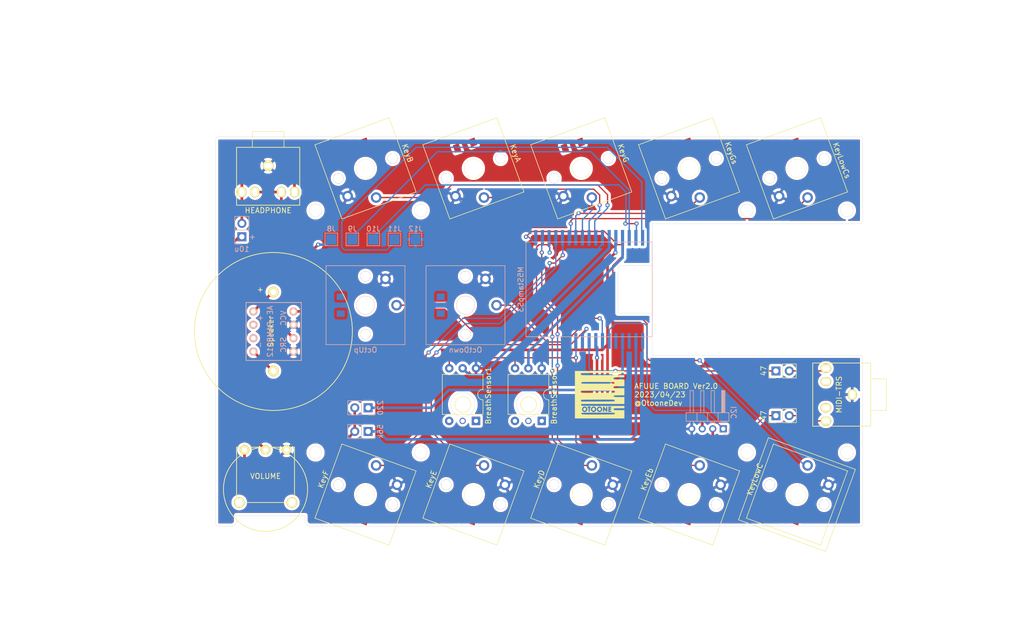
<source format=kicad_pcb>
(kicad_pcb (version 20171130) (host pcbnew "(5.1.8)-1")
  (layers (0 F.Cu signal) (31 B.Cu signal) (34 B.Paste user) (35 F.Paste user) (36 B.SilkS user) (37 F.SilkS user) (38 B.Mask user) (39 F.Mask user) (44 Edge.Cuts user))
  (net 0 "")
  (net 1 GND)
  (net 2 "Net-(J3-Pad3)")
  (net 3 +5V)
  (net 4 "Net-(C1-Pad2)")
  (net 5 "Net-(C1-Pad1)")
  (net 6 +3V3)
  (net 7 "Net-(J2-Pad5)")
  (net 8 "Net-(KeyA1-Pad1)")
  (net 9 "Net-(KeyB1-Pad1)")
  (net 10 "Net-(KeyD1-Pad1)")
  (net 11 "Net-(KeyDb1-Pad1)")
  (net 12 "Net-(KeyE1-Pad1)")
  (net 13 "Net-(KeyF1-Pad1)")
  (net 14 "Net-(KeyG1-Pad1)")
  (net 15 "Net-(KeyGs1-Pad1)")
  (net 16 "Net-(KeyLowC1-Pad1)")
  (net 17 "Net-(KeyLowCs1-Pad1)")
  (net 18 "Net-(OctDown1-Pad1)")
  (net 19 "Net-(OctUp1-Pad1)")
  (net 20 "Net-(R1-Pad1)")
  (net 21 "Net-(R1-Pad2)")
  (net 22 "Net-(R2-Pad1)")
  (net 23 "Net-(R3-Pad1)")
  (net 24 "Net-(J7-Pad1)")
  (net 25 "Net-(J7-Pad2)")
  (net 26 "Net-(J1-Pad5)")
  (net 27 "Net-(J4-Pad5)")
  (net 28 "Net-(J4-Pad2)")
  (net 29 "Net-(J5-Pad5)")
  (net 30 "Net-(J5-Pad8)")
  (net 31 "Net-(J9-Pad1)")
  (net 32 "Net-(J10-Pad1)")
  (net 33 "Net-(J11-Pad1)")
  (module kailh_lowprofile_switch:KailhLowProfileSW (layer F.Cu) (at 233 123 250)
    (fp_text reference KeyLowC (at 0 8.5 70) (layer F.SilkS))
    (fp_text value SW_with_LED)
    (pad 3 smd rect (at 4.7 -1.6 250) (size 1.5 1.2) (layers F.Cu F.Paste F.Mask))
    (pad 4 smd rect (at 4.7 1.6 250) (size 1.5 1.2) (layers F.Cu F.Paste F.Mask))
    (pad "" thru_hole circle (at 0 5.5 250) (size 1.9 1.9) (drill 1.9) (layers *.Cu *.Mask))
    (pad "" thru_hole circle (at 0 -5.5 250) (size 1.9 1.9) (drill 1.9) (layers *.Cu *.Mask))
    (pad "" thru_hole circle (at 0 0 250) (size 3.4 3.4) (drill 3.4) (layers *.Cu *.Mask))
    (pad 2 thru_hole circle (at -3.8 -5 250) (size 2 2) (drill 1.2) (layers *.Cu *.Mask) (net 1 GND))
    (pad 1 thru_hole circle (at -5.9 0 250) (size 2 2) (drill 1.2) (layers *.Cu *.Mask) (net 16 "Net-(KeyLowC1-Pad1)"))
  )
  (module Logo:otoonedev_logo (layer F.Cu) (at 195.5 104)
    (fp_text reference G*** hide)
    (fp_text value " " hide)
  )
  (module Connector_PinHeader_2.54mm:PinHeader_1x02_P2.54mm_Vertical (layer B.Cu) (at 127.5 74)
    (fp_text reference 10u (at 0 2.33 -180) (layer B.SilkS) (effects (justify mirror)))
    (fp_text value CP1_Small)
    (pad 2 thru_hole oval (at 0 -2.54) (size 1.7 1.7) (drill 1) (layers *.Cu *.Mask) (net 4 "Net-(C1-Pad2)"))
    (pad 1 thru_hole rect (at 0 0) (size 1.7 1.7) (drill 1) (layers *.Cu *.Mask) (net 5 "Net-(C1-Pad1)"))
  )
  (module Connector_PinHeader_2.00mm:PinHeader_1x04_P2.00mm_Horizontal (layer B.Cu) (at 219 110.5 90)
    (fp_text reference I2C (at 3.1 2 90) (layer B.SilkS) (effects (justify mirror)))
    (fp_text value I2C)
    (pad 1 thru_hole rect (at 0 0 90) (size 1.35 1.35) (drill 0.8) (layers *.Cu *.Mask) (net 24 "Net-(J7-Pad1)"))
    (pad 2 thru_hole oval (at 0 -2 90) (size 1.35 1.35) (drill 0.8) (layers *.Cu *.Mask) (net 25 "Net-(J7-Pad2)"))
    (pad 3 thru_hole oval (at 0 -4 90) (size 1.35 1.35) (drill 0.8) (layers *.Cu *.Mask) (net 3 +5V))
    (pad 4 thru_hole oval (at 0 -6 90) (size 1.35 1.35) (drill 0.8) (layers *.Cu *.Mask) (net 1 GND))
  )
  (module DIP6_Reverse:DIP-6_W7.62mm_Reverse (layer F.Cu) (at 169.5 104 270)
    (fp_text reference BreathSensor1 (at 0.2 -4.83 90) (layer F.SilkS))
    (fp_text value BleathSensor)
    (pad 1 thru_hole rect (at 5 -2.5 270) (size 1.6 1.6) (drill 0.8) (layers *.Cu *.Mask))
    (pad 4 thru_hole oval (at -5 2.58 270) (size 1.6 1.6) (drill 0.8) (layers *.Cu *.Mask) (net 6 +3V3))
    (pad 2 thru_hole oval (at 5 0.04 270) (size 1.2 1.2) (drill 0.8) (layers *.Cu *.Mask))
    (pad 5 thru_hole oval (at -5 0.04 270) (size 1.6 1.6) (drill 0.8) (layers *.Cu *.Mask) (net 26 "Net-(J1-Pad5)"))
    (pad 3 thru_hole oval (at 5 2.6 270) (size 1.6 1.6) (drill 0.8) (layers *.Cu *.Mask))
    (pad 6 thru_hole oval (at -5 -2.5 270) (size 1.6 1.6) (drill 0.8) (layers *.Cu *.Mask) (net 1 GND))
  )
  (module AE-PAM8012:AE-PAM8012 (layer B.Cu) (at 133.5 92 270)
    (fp_text reference AE-PAM8012 (at 0 0.635 270) (layer B.SilkS) (effects (justify mirror)))
    (fp_text value PAM8012)
    (fp_text user SRC (at 2.54 -1.905 270) (layer B.SilkS) (effects (justify mirror)))
    (fp_text user VCC (at -2.54 -1.905 270) (layer B.SilkS) (effects (justify mirror)))
    (fp_text user - (at 2.54 2.54 270) (layer B.SilkS) (effects (justify mirror)))
    (fp_text user + (at -2.54 2.54 270) (layer B.SilkS) (effects (justify mirror)))
    (pad 1 thru_hole circle (at -3.81 -3.81 270) (size 1.524 1.524) (drill 0.9) (layers *.Cu *.Mask B.SilkS) (net 3 +5V))
    (pad 2 thru_hole circle (at -1.27 -3.81 270) (size 1.524 1.524) (drill 0.9) (layers *.Cu *.Mask B.SilkS) (net 1 GND))
    (pad 3 thru_hole circle (at 1.27 -3.81 270) (size 1.524 1.524) (drill 0.9) (layers *.Cu *.Mask B.SilkS) (net 2 "Net-(J3-Pad3)"))
    (pad 4 thru_hole circle (at 3.81 -3.81 270) (size 1.524 1.524) (drill 0.9) (layers *.Cu *.Mask B.SilkS) (net 1 GND))
    (pad 5 thru_hole circle (at -3.81 3.81 270) (size 1.524 1.524) (drill 0.9) (layers *.Cu *.Mask B.SilkS) (net 29 "Net-(J5-Pad5)"))
    (pad 6 thru_hole circle (at -1.27 3.81 270) (size 1.524 1.524) (drill 0.9) (layers *.Cu *.Mask B.SilkS))
    (pad 7 thru_hole circle (at 1.27 3.81 270) (size 1.524 1.524) (drill 0.9) (layers *.Cu *.Mask B.SilkS))
    (pad 8 thru_hole circle (at 3.81 3.81 270) (size 1.524 1.524) (drill 0.9) (layers *.Cu *.Mask B.SilkS) (net 30 "Net-(J5-Pad8)"))
  )
  (module UGSM30:USGM30 (layer F.Cu) (at 133.5 92 270)
    (fp_text reference Speaker (at 0 0.5 90) (layer F.SilkS))
    (fp_text value SpeakerOut)
    (pad 1 thru_hole circle (at -7.5 0 270) (size 2 2) (drill 1.2) (layers *.Cu *.Mask F.SilkS) (net 29 "Net-(J5-Pad5)"))
    (pad 2 thru_hole circle (at 7.5 0 270) (size 2 2) (drill 1.2) (layers *.Cu *.Mask F.SilkS) (net 30 "Net-(J5-Pad8)"))
  )
  (module "HPJack_PJ307:PJ-307 AudioJack" (layer F.Cu) (at 132.5 68.5)
    (fp_text reference HEADPHONE (at 0 0.5) (layer F.SilkS))
    (fp_text value StereoMiniJack)
    (pad 1 thru_hole circle (at 0 -8) (size 2 2) (drill oval 1.5 1) (layers *.Cu *.Mask F.SilkS) (net 1 GND))
    (pad 2 thru_hole oval (at -5 -3) (size 1.7 2) (drill oval 1 1.5) (layers *.Cu *.Mask F.SilkS) (net 4 "Net-(C1-Pad2)"))
    (pad 3 thru_hole oval (at -2.5 -3) (size 1.7 2) (drill oval 1 1.5) (layers *.Cu *.Mask F.SilkS) (net 2 "Net-(J3-Pad3)"))
    (pad 4 thru_hole oval (at 2.5 -3) (size 1.7 2) (drill oval 1 1.5) (layers *.Cu *.Mask F.SilkS) (net 2 "Net-(J3-Pad3)"))
    (pad 5 thru_hole oval (at 5 -3) (size 1.7 2) (drill oval 1 1.5) (layers *.Cu *.Mask F.SilkS) (net 4 "Net-(C1-Pad2)"))
  )
  (module "HPJack_PJ307:PJ-307 AudioJack" (layer F.Cu) (at 235.5 104 270)
    (fp_text reference MIDI-TRS (at 0 -5.5 90) (layer F.SilkS))
    (fp_text value MIDI-TRS)
    (pad 5 thru_hole oval (at 5 -3 270) (size 1.7 2) (drill oval 1 1.5) (layers *.Cu *.Mask F.SilkS) (net 27 "Net-(J4-Pad5)"))
    (pad 4 thru_hole oval (at 2.5 -3 270) (size 1.7 2) (drill oval 1 1.5) (layers *.Cu *.Mask F.SilkS))
    (pad 3 thru_hole oval (at -2.5 -3 270) (size 1.7 2) (drill oval 1 1.5) (layers *.Cu *.Mask F.SilkS))
    (pad 2 thru_hole oval (at -5 -3 270) (size 1.7 2) (drill oval 1 1.5) (layers *.Cu *.Mask F.SilkS) (net 28 "Net-(J4-Pad2)"))
    (pad 1 thru_hole oval (at 0 -8 270) (size 2 1.7) (drill oval 1.5 1) (layers *.Cu *.Mask F.SilkS) (net 1 GND))
  )
  (module kailh_lowprofile_switch:KailhLowProfileSW (layer F.Cu) (at 171.5 61 110)
    (fp_text reference KeyA (at 0 8.5 110) (layer F.SilkS))
    (fp_text value SW_with_LED)
    (pad 3 smd rect (at 4.7 -1.6 110) (size 1.5 1.2) (layers F.Cu F.Paste F.Mask))
    (pad 4 smd rect (at 4.7 1.6 110) (size 1.5 1.2) (layers F.Cu F.Paste F.Mask))
    (pad "" thru_hole circle (at 0 5.5 110) (size 1.9 1.9) (drill 1.9) (layers *.Cu *.Mask))
    (pad "" thru_hole circle (at 0 -5.5 110) (size 1.9 1.9) (drill 1.9) (layers *.Cu *.Mask))
    (pad "" thru_hole circle (at 0 0 110) (size 3.4 3.4) (drill 3.4) (layers *.Cu *.Mask))
    (pad 2 thru_hole circle (at -3.8 -5 110) (size 2 2) (drill 1.2) (layers *.Cu *.Mask) (net 1 GND))
    (pad 1 thru_hole circle (at -5.9 0 110) (size 2 2) (drill 1.2) (layers *.Cu *.Mask) (net 8 "Net-(KeyA1-Pad1)"))
  )
  (module kailh_lowprofile_switch:KailhLowProfileSW (layer F.Cu) (at 151 61 110)
    (fp_text reference KeyB (at 0 8.5 110) (layer F.SilkS))
    (fp_text value SW_with_LED)
    (pad 1 thru_hole circle (at -5.9 0 110) (size 2 2) (drill 1.2) (layers *.Cu *.Mask) (net 9 "Net-(KeyB1-Pad1)"))
    (pad 2 thru_hole circle (at -3.8 -5 110) (size 2 2) (drill 1.2) (layers *.Cu *.Mask) (net 1 GND))
    (pad "" thru_hole circle (at 0 0 110) (size 3.4 3.4) (drill 3.4) (layers *.Cu *.Mask))
    (pad "" thru_hole circle (at 0 -5.5 110) (size 1.9 1.9) (drill 1.9) (layers *.Cu *.Mask))
    (pad "" thru_hole circle (at 0 5.5 110) (size 1.9 1.9) (drill 1.9) (layers *.Cu *.Mask))
    (pad 4 smd rect (at 4.7 1.6 110) (size 1.5 1.2) (layers F.Cu F.Paste F.Mask))
    (pad 3 smd rect (at 4.7 -1.6 110) (size 1.5 1.2) (layers F.Cu F.Paste F.Mask))
  )
  (module kailh_lowprofile_switch:KailhLowProfileSW (layer F.Cu) (at 192 123 250)
    (fp_text reference KeyD (at 0 8.5 70) (layer F.SilkS))
    (fp_text value SW_with_LED)
    (pad 1 thru_hole circle (at -5.9 0 250) (size 2 2) (drill 1.2) (layers *.Cu *.Mask) (net 10 "Net-(KeyD1-Pad1)"))
    (pad 2 thru_hole circle (at -3.8 -5 250) (size 2 2) (drill 1.2) (layers *.Cu *.Mask) (net 1 GND))
    (pad "" thru_hole circle (at 0 0 250) (size 3.4 3.4) (drill 3.4) (layers *.Cu *.Mask))
    (pad "" thru_hole circle (at 0 -5.5 250) (size 1.9 1.9) (drill 1.9) (layers *.Cu *.Mask))
    (pad "" thru_hole circle (at 0 5.5 250) (size 1.9 1.9) (drill 1.9) (layers *.Cu *.Mask))
    (pad 4 smd rect (at 4.7 1.6 250) (size 1.5 1.2) (layers F.Cu F.Paste F.Mask))
    (pad 3 smd rect (at 4.7 -1.6 250) (size 1.5 1.2) (layers F.Cu F.Paste F.Mask))
  )
  (module kailh_lowprofile_switch:KailhLowProfileSW (layer F.Cu) (at 212.5 123 250)
    (fp_text reference KeyEb (at 0 8.5 70) (layer F.SilkS))
    (fp_text value SW_with_LED)
    (pad 3 smd rect (at 4.7 -1.6 250) (size 1.5 1.2) (layers F.Cu F.Paste F.Mask))
    (pad 4 smd rect (at 4.7 1.6 250) (size 1.5 1.2) (layers F.Cu F.Paste F.Mask))
    (pad "" thru_hole circle (at 0 5.5 250) (size 1.9 1.9) (drill 1.9) (layers *.Cu *.Mask))
    (pad "" thru_hole circle (at 0 -5.5 250) (size 1.9 1.9) (drill 1.9) (layers *.Cu *.Mask))
    (pad "" thru_hole circle (at 0 0 250) (size 3.4 3.4) (drill 3.4) (layers *.Cu *.Mask))
    (pad 2 thru_hole circle (at -3.8 -5 250) (size 2 2) (drill 1.2) (layers *.Cu *.Mask) (net 1 GND))
    (pad 1 thru_hole circle (at -5.9 0 250) (size 2 2) (drill 1.2) (layers *.Cu *.Mask) (net 11 "Net-(KeyDb1-Pad1)"))
  )
  (module kailh_lowprofile_switch:KailhLowProfileSW (layer F.Cu) (at 171.5 123 250)
    (fp_text reference KeyE (at 0 8.5 70) (layer F.SilkS))
    (fp_text value SW_with_LED)
    (pad 3 smd rect (at 4.7 -1.6 250) (size 1.5 1.2) (layers F.Cu F.Paste F.Mask))
    (pad 4 smd rect (at 4.7 1.6 250) (size 1.5 1.2) (layers F.Cu F.Paste F.Mask))
    (pad "" thru_hole circle (at 0 5.5 250) (size 1.9 1.9) (drill 1.9) (layers *.Cu *.Mask))
    (pad "" thru_hole circle (at 0 -5.5 250) (size 1.9 1.9) (drill 1.9) (layers *.Cu *.Mask))
    (pad "" thru_hole circle (at 0 0 250) (size 3.4 3.4) (drill 3.4) (layers *.Cu *.Mask))
    (pad 2 thru_hole circle (at -3.8 -5 250) (size 2 2) (drill 1.2) (layers *.Cu *.Mask) (net 1 GND))
    (pad 1 thru_hole circle (at -5.9 0 250) (size 2 2) (drill 1.2) (layers *.Cu *.Mask) (net 12 "Net-(KeyE1-Pad1)"))
  )
  (module kailh_lowprofile_switch:KailhLowProfileSW (layer F.Cu) (at 151 123 250)
    (fp_text reference KeyF (at 0 8.5 70) (layer F.SilkS))
    (fp_text value SW_with_LED)
    (pad 1 thru_hole circle (at -5.9 0 250) (size 2 2) (drill 1.2) (layers *.Cu *.Mask) (net 13 "Net-(KeyF1-Pad1)"))
    (pad 2 thru_hole circle (at -3.8 -5 250) (size 2 2) (drill 1.2) (layers *.Cu *.Mask) (net 1 GND))
    (pad "" thru_hole circle (at 0 0 250) (size 3.4 3.4) (drill 3.4) (layers *.Cu *.Mask))
    (pad "" thru_hole circle (at 0 -5.5 250) (size 1.9 1.9) (drill 1.9) (layers *.Cu *.Mask))
    (pad "" thru_hole circle (at 0 5.5 250) (size 1.9 1.9) (drill 1.9) (layers *.Cu *.Mask))
    (pad 4 smd rect (at 4.7 1.6 250) (size 1.5 1.2) (layers F.Cu F.Paste F.Mask))
    (pad 3 smd rect (at 4.7 -1.6 250) (size 1.5 1.2) (layers F.Cu F.Paste F.Mask))
  )
  (module kailh_lowprofile_switch:KailhLowProfileSW (layer F.Cu) (at 192 61 110)
    (fp_text reference KeyG (at 0 8.5 110) (layer F.SilkS))
    (fp_text value SW_with_LED)
    (pad 3 smd rect (at 4.7 -1.6 110) (size 1.5 1.2) (layers F.Cu F.Paste F.Mask))
    (pad 4 smd rect (at 4.7 1.6 110) (size 1.5 1.2) (layers F.Cu F.Paste F.Mask))
    (pad "" thru_hole circle (at 0 5.5 110) (size 1.9 1.9) (drill 1.9) (layers *.Cu *.Mask))
    (pad "" thru_hole circle (at 0 -5.5 110) (size 1.9 1.9) (drill 1.9) (layers *.Cu *.Mask))
    (pad "" thru_hole circle (at 0 0 110) (size 3.4 3.4) (drill 3.4) (layers *.Cu *.Mask))
    (pad 2 thru_hole circle (at -3.8 -5 110) (size 2 2) (drill 1.2) (layers *.Cu *.Mask) (net 1 GND))
    (pad 1 thru_hole circle (at -5.9 0 110) (size 2 2) (drill 1.2) (layers *.Cu *.Mask) (net 14 "Net-(KeyG1-Pad1)"))
  )
  (module kailh_lowprofile_switch:KailhLowProfileSW (layer F.Cu) (at 212.5 61 110)
    (fp_text reference KeyGs (at 0 8.5 110) (layer F.SilkS))
    (fp_text value SW_with_LED)
    (pad 1 thru_hole circle (at -5.9 0 110) (size 2 2) (drill 1.2) (layers *.Cu *.Mask) (net 15 "Net-(KeyGs1-Pad1)"))
    (pad 2 thru_hole circle (at -3.8 -5 110) (size 2 2) (drill 1.2) (layers *.Cu *.Mask) (net 1 GND))
    (pad "" thru_hole circle (at 0 0 110) (size 3.4 3.4) (drill 3.4) (layers *.Cu *.Mask))
    (pad "" thru_hole circle (at 0 -5.5 110) (size 1.9 1.9) (drill 1.9) (layers *.Cu *.Mask))
    (pad "" thru_hole circle (at 0 5.5 110) (size 1.9 1.9) (drill 1.9) (layers *.Cu *.Mask))
    (pad 4 smd rect (at 4.7 1.6 110) (size 1.5 1.2) (layers F.Cu F.Paste F.Mask))
    (pad 3 smd rect (at 4.7 -1.6 110) (size 1.5 1.2) (layers F.Cu F.Paste F.Mask))
  )
  (module kailh_lowprofile_switch:KailhLowProfileSW (layer F.Cu) (at 233 61 110)
    (fp_text reference KeyLowCs (at -1.497632 8.500417 110) (layer F.SilkS))
    (fp_text value SW_with_LED)
    (pad 3 smd rect (at 4.7 -1.6 110) (size 1.5 1.2) (layers F.Cu F.Paste F.Mask))
    (pad 4 smd rect (at 4.7 1.6 110) (size 1.5 1.2) (layers F.Cu F.Paste F.Mask))
    (pad "" thru_hole circle (at 0 5.5 110) (size 1.9 1.9) (drill 1.9) (layers *.Cu *.Mask))
    (pad "" thru_hole circle (at 0 -5.5 110) (size 1.9 1.9) (drill 1.9) (layers *.Cu *.Mask))
    (pad "" thru_hole circle (at 0 0 110) (size 3.4 3.4) (drill 3.4) (layers *.Cu *.Mask))
    (pad 2 thru_hole circle (at -3.8 -5 110) (size 2 2) (drill 1.2) (layers *.Cu *.Mask) (net 1 GND))
    (pad 1 thru_hole circle (at -5.9 0 110) (size 2 2) (drill 1.2) (layers *.Cu *.Mask) (net 17 "Net-(KeyLowCs1-Pad1)"))
  )
  (module kailh_lowprofile_switch:KailhLowProfileSW (layer B.Cu) (at 170 87 180)
    (fp_text reference OctDown (at 0 -8.5) (layer B.SilkS) (effects (justify mirror)))
    (fp_text value SW_with_LED)
    (pad 3 smd rect (at 4.7 1.6 180) (size 1.5 1.2) (layers B.Cu B.Paste B.Mask))
    (pad 4 smd rect (at 4.7 -1.6 180) (size 1.5 1.2) (layers B.Cu B.Paste B.Mask))
    (pad "" thru_hole circle (at 0 -5.5 180) (size 1.9 1.9) (drill 1.9) (layers *.Cu *.Mask))
    (pad "" thru_hole circle (at 0 5.5 180) (size 1.9 1.9) (drill 1.9) (layers *.Cu *.Mask))
    (pad "" thru_hole circle (at 0 0 180) (size 3.4 3.4) (drill 3.4) (layers *.Cu *.Mask))
    (pad 2 thru_hole circle (at -3.8 5 180) (size 2 2) (drill 1.2) (layers *.Cu *.Mask) (net 1 GND))
    (pad 1 thru_hole circle (at -5.9 0 180) (size 2 2) (drill 1.2) (layers *.Cu *.Mask) (net 18 "Net-(OctDown1-Pad1)"))
  )
  (module kailh_lowprofile_switch:KailhLowProfileSW (layer B.Cu) (at 151 87 180)
    (fp_text reference OctUp (at 0 -8.5) (layer B.SilkS) (effects (justify mirror)))
    (fp_text value SW_with_LED)
    (pad 1 thru_hole circle (at -5.9 0 180) (size 2 2) (drill 1.2) (layers *.Cu *.Mask) (net 19 "Net-(OctUp1-Pad1)"))
    (pad 2 thru_hole circle (at -3.8 5 180) (size 2 2) (drill 1.2) (layers *.Cu *.Mask) (net 1 GND))
    (pad "" thru_hole circle (at 0 0 180) (size 3.4 3.4) (drill 3.4) (layers *.Cu *.Mask))
    (pad "" thru_hole circle (at 0 5.5 180) (size 1.9 1.9) (drill 1.9) (layers *.Cu *.Mask))
    (pad "" thru_hole circle (at 0 -5.5 180) (size 1.9 1.9) (drill 1.9) (layers *.Cu *.Mask))
    (pad 4 smd rect (at 4.7 -1.6 180) (size 1.5 1.2) (layers B.Cu B.Paste B.Mask))
    (pad 3 smd rect (at 4.7 1.6 180) (size 1.5 1.2) (layers B.Cu B.Paste B.Mask))
  )
  (module Connector_PinHeader_2.54mm:PinHeader_1x02_P2.54mm_Vertical (layer B.Cu) (at 151.5 111 90)
    (fp_text reference 56k (at 0 2.33 270) (layer B.SilkS) (effects (justify mirror)))
    (fp_text value 56k)
    (pad 1 thru_hole rect (at 0 0 90) (size 1.7 1.7) (drill 1) (layers *.Cu *.Mask) (net 20 "Net-(R1-Pad1)"))
    (pad 2 thru_hole oval (at 0 -2.54 90) (size 1.7 1.7) (drill 1) (layers *.Cu *.Mask) (net 21 "Net-(R1-Pad2)"))
  )
  (module Connector_PinHeader_2.54mm:PinHeader_1x02_P2.54mm_Vertical (layer B.Cu) (at 151.5 106.5 90)
    (fp_text reference 220 (at 0 2.33 270) (layer B.SilkS) (effects (justify mirror)))
    (fp_text value 220)
    (pad 1 thru_hole rect (at 0 0 90) (size 1.7 1.7) (drill 1) (layers *.Cu *.Mask) (net 22 "Net-(R2-Pad1)"))
    (pad 2 thru_hole oval (at 0 -2.54 90) (size 1.7 1.7) (drill 1) (layers *.Cu *.Mask) (net 21 "Net-(R1-Pad2)"))
  )
  (module Connector_PinHeader_2.54mm:PinHeader_1x02_P2.54mm_Vertical (layer F.Cu) (at 229 99.5 90)
    (fp_text reference 47 (at 0 -2.33 90) (layer F.SilkS))
    (fp_text value 47)
    (pad 2 thru_hole oval (at 0 2.54 90) (size 1.7 1.7) (drill 1) (layers *.Cu *.Mask) (net 28 "Net-(J4-Pad2)"))
    (pad 1 thru_hole rect (at 0 0 90) (size 1.7 1.7) (drill 1) (layers *.Cu *.Mask) (net 23 "Net-(R3-Pad1)"))
  )
  (module Connector_PinHeader_2.54mm:PinHeader_1x02_P2.54mm_Vertical (layer F.Cu) (at 229 108 90)
    (fp_text reference 47 (at 0 -2.33 90) (layer F.SilkS))
    (fp_text value 47)
    (pad 1 thru_hole rect (at 0 0 90) (size 1.7 1.7) (drill 1) (layers *.Cu *.Mask) (net 6 +3V3))
    (pad 2 thru_hole oval (at 0 2.54 90) (size 1.7 1.7) (drill 1) (layers *.Cu *.Mask) (net 27 "Net-(J4-Pad5)"))
  )
  (module R1001-N16:R1001-N16 (layer F.Cu) (at 132 122 180)
    (fp_text reference VOLUME (at 0 2.5) (layer F.SilkS))
    (fp_text value R_POT)
    (pad "" thru_hole circle (at 5 -2.5 180) (size 2 2) (drill 1.4) (layers *.Cu *.Mask F.SilkS))
    (pad 3 thru_hole circle (at 4 7.5 180) (size 1.8 1.8) (drill 1) (layers *.Cu *.Mask F.SilkS) (net 21 "Net-(R1-Pad2)"))
    (pad 2 thru_hole circle (at 0 7.5 180) (size 1.8 1.8) (drill 1) (layers *.Cu *.Mask F.SilkS) (net 5 "Net-(C1-Pad1)"))
    (pad 1 thru_hole circle (at -4 7.5 180) (size 1.8 1.8) (drill 1) (layers *.Cu *.Mask F.SilkS) (net 1 GND))
    (pad "" thru_hole circle (at -5 -2.5 180) (size 2 2) (drill 1.4) (layers *.Cu *.Mask F.SilkS))
  )
  (module M5Stack:M5StampS3 (layer B.Cu) (at 193.5 84 270)
    (fp_text reference M5StampS3 (at 0 13 90) (layer B.SilkS) (effects (justify mirror)))
    (fp_text value M5StampS3)
    (pad 17 smd rect (at -8.6 -10.16 270) (size 3 0.6) (drill (offset -1.2 0)) (layers B.Cu B.Paste B.Mask) (net 33 "Net-(J11-Pad1)"))
    (pad 16 smd rect (at -8.6 -8.89 270) (size 3 0.6) (drill (offset -1.2 0)) (layers B.Cu B.Paste B.Mask) (net 32 "Net-(J10-Pad1)"))
    (pad 15 smd rect (at -8.6 -7.62 270) (size 3 0.6) (drill (offset -1.2 0)) (layers B.Cu B.Paste B.Mask) (net 31 "Net-(J9-Pad1)"))
    (pad 14 smd rect (at -8.6 -6.35 270) (size 3 0.6) (drill (offset -1.2 0)) (layers B.Cu B.Paste B.Mask) (net 7 "Net-(J2-Pad5)"))
    (pad 13 smd rect (at -8.6 -5.08 270) (size 3 0.6) (drill (offset -1.2 0)) (layers B.Cu B.Paste B.Mask) (net 3 +5V))
    (pad 12 smd rect (at -8.6 -3.81 270) (size 3 0.6) (drill (offset -1.2 0)) (layers B.Cu B.Paste B.Mask) (net 26 "Net-(J1-Pad5)"))
    (pad 11 smd rect (at -8.6 -2.54 270) (size 3 0.6) (drill (offset -1.2 0)) (layers B.Cu B.Paste B.Mask) (net 1 GND))
    (pad 10 smd rect (at -8.6 -1.27 270) (size 3 0.6) (drill (offset -1.2 0)) (layers B.Cu B.Paste B.Mask) (net 9 "Net-(KeyB1-Pad1)"))
    (pad 9 smd rect (at -8.6 0 270) (size 3 0.6) (drill (offset -1.2 0)) (layers B.Cu B.Paste B.Mask) (net 8 "Net-(KeyA1-Pad1)"))
    (pad 8 smd rect (at -8.6 1.27 270) (size 3 0.6) (drill (offset -1.2 0)) (layers B.Cu B.Paste B.Mask) (net 14 "Net-(KeyG1-Pad1)"))
    (pad 7 smd rect (at -8.6 2.54 270) (size 3 0.6) (drill (offset -1.2 0)) (layers B.Cu B.Paste B.Mask) (net 15 "Net-(KeyGs1-Pad1)"))
    (pad 18 smd rect (at 8.6 -10.16 270) (size 3 0.6) (drill (offset 1.2 0)) (layers B.Cu B.Paste B.Mask) (net 1 GND))
    (pad 20 smd rect (at 8.6 -7.62 270) (size 3 0.6) (drill (offset 1.2 0)) (layers B.Cu B.Paste B.Mask))
    (pad 21 smd rect (at 8.6 -6.35 270) (size 3 0.6) (drill (offset 1.2 0)) (layers B.Cu B.Paste B.Mask) (net 22 "Net-(R2-Pad1)"))
    (pad 19 smd rect (at 8.6 -8.89 270) (size 3 0.6) (drill (offset 1.2 0)) (layers B.Cu B.Paste B.Mask) (net 20 "Net-(R1-Pad1)"))
    (pad 24 smd rect (at 8.6 -2.54 270) (size 3 0.6) (drill (offset 1.2 0)) (layers B.Cu B.Paste B.Mask) (net 18 "Net-(OctDown1-Pad1)"))
    (pad 23 smd rect (at 8.6 -3.81 270) (size 3 0.6) (drill (offset 1.2 0)) (layers B.Cu B.Paste B.Mask) (net 24 "Net-(J7-Pad1)"))
    (pad 22 smd rect (at 8.6 -5.08 270) (size 3 0.6) (drill (offset 1.2 0)) (layers B.Cu B.Paste B.Mask))
    (pad 25 smd rect (at 8.6 -1.27 270) (size 3 0.6) (drill (offset 1.2 0)) (layers B.Cu B.Paste B.Mask) (net 25 "Net-(J7-Pad2)"))
    (pad 27 smd rect (at 8.6 1.27 270) (size 3 0.6) (drill (offset 1.2 0)) (layers B.Cu B.Paste B.Mask) (net 19 "Net-(OctUp1-Pad1)"))
    (pad 26 smd rect (at 8.6 0 270) (size 3 0.6) (drill (offset 1.2 0)) (layers B.Cu B.Paste B.Mask) (net 23 "Net-(R3-Pad1)"))
    (pad 28 smd rect (at 8.6 2.54 270) (size 3 0.6) (drill (offset 1.2 0)) (layers B.Cu B.Paste B.Mask) (net 6 +3V3))
    (pad 2 smd rect (at -8.6 8.87 270) (size 3 0.6) (drill (offset -1.2 0)) (layers B.Cu B.Paste B.Mask) (net 11 "Net-(KeyDb1-Pad1)"))
    (pad 5 smd rect (at -8.6 5.06 270) (size 3 0.6) (drill (offset -1.2 0)) (layers B.Cu B.Paste B.Mask) (net 13 "Net-(KeyF1-Pad1)"))
    (pad 6 smd rect (at -8.6 3.79 270) (size 3 0.6) (drill (offset -1.2 0)) (layers B.Cu B.Paste B.Mask) (net 17 "Net-(KeyLowCs1-Pad1)"))
    (pad 4 smd rect (at -8.6 6.33 270) (size 3 0.6) (drill (offset -1.2 0)) (layers B.Cu B.Paste B.Mask) (net 12 "Net-(KeyE1-Pad1)"))
    (pad 3 smd rect (at -8.6 7.6 270) (size 3 0.6) (drill (offset -1.2 0)) (layers B.Cu B.Paste B.Mask) (net 10 "Net-(KeyD1-Pad1)"))
    (pad 1 smd rect (at -8.6 10.14 270) (size 3 0.6) (drill (offset -1.2 0)) (layers B.Cu B.Paste B.Mask) (net 16 "Net-(KeyLowC1-Pad1)"))
  )
  (module DIP6_Reverse:DIP-6_W7.62mm_Reverse (layer F.Cu) (at 182 104 270)
    (fp_text reference BreathSensor2 (at 0.2 -4.83 90) (layer F.SilkS))
    (fp_text value BleathSensor)
    (pad 1 thru_hole rect (at 5 -2.5 270) (size 1.6 1.6) (drill 0.8) (layers *.Cu *.Mask))
    (pad 4 thru_hole oval (at -5 2.58 270) (size 1.6 1.6) (drill 0.8) (layers *.Cu *.Mask) (net 6 +3V3))
    (pad 2 thru_hole oval (at 5 0.04 270) (size 1.2 1.2) (drill 0.8) (layers *.Cu *.Mask))
    (pad 5 thru_hole oval (at -5 0.04 270) (size 1.6 1.6) (drill 0.8) (layers *.Cu *.Mask) (net 7 "Net-(J2-Pad5)"))
    (pad 3 thru_hole oval (at 5 2.6 270) (size 1.6 1.6) (drill 0.8) (layers *.Cu *.Mask))
    (pad 6 thru_hole oval (at -5 -2.5 270) (size 1.6 1.6) (drill 0.8) (layers *.Cu *.Mask) (net 1 GND))
  )
  (module TestPoint:TestPoint_Pad_2.0x2.0mm (layer B.Cu) (at 144.5 74.5 180)
    (fp_text reference J8 (at 0 1.998) (layer B.SilkS) (effects (justify mirror)))
    (fp_text value Conn_01x01_Male)
    (pad 1 smd rect (at 0 0 180) (size 2 2) (layers B.Cu B.Mask) (net 3 +5V))
  )
  (module TestPoint:TestPoint_Pad_2.0x2.0mm (layer B.Cu) (at 148.5 74.5 180)
    (fp_text reference J9 (at 0 1.998) (layer B.SilkS) (effects (justify mirror)))
    (fp_text value Conn_01x01_Male)
    (pad 1 smd rect (at 0 0 180) (size 2 2) (layers B.Cu B.Mask) (net 31 "Net-(J9-Pad1)"))
  )
  (module TestPoint:TestPoint_Pad_2.0x2.0mm (layer B.Cu) (at 152.5 74.5 180)
    (fp_text reference J10 (at 0 1.998) (layer B.SilkS) (effects (justify mirror)))
    (fp_text value Conn_01x01_Male)
    (pad 1 smd rect (at 0 0 180) (size 2 2) (layers B.Cu B.Mask) (net 32 "Net-(J10-Pad1)"))
  )
  (module TestPoint:TestPoint_Pad_2.0x2.0mm (layer B.Cu) (at 156.5 74.5 180)
    (fp_text reference J11 (at 0 1.998) (layer B.SilkS) (effects (justify mirror)))
    (fp_text value Conn_01x01_Male)
    (pad 1 smd rect (at 0 0 180) (size 2 2) (layers B.Cu B.Mask) (net 33 "Net-(J11-Pad1)"))
  )
  (module TestPoint:TestPoint_Pad_2.0x2.0mm (layer B.Cu) (at 160.5 74.5 180)
    (fp_text reference J12 (at 0 1.998) (layer B.SilkS) (effects (justify mirror)))
    (fp_text value Conn_01x01_Male)
    (pad 1 smd rect (at 0 0 180) (size 2 2) (layers B.Cu B.Mask) (net 1 GND))
  )
  (gr_text + (at 129.5 74) (layer B.SilkS) (effects (font (size 1 1)) (justify mirror)))
  (gr_text + (at 131 84) (layer F.SilkS) (effects (font (size 1 1))))
  (gr_circle (center 182 105.9) (end 184.3 105.9) (layer Edge.Cuts) (width 0.05))
  (gr_circle (center 169.5 105.9) (end 171.8 105.9) (layer Edge.Cuts) (width 0.05))
  (gr_text "AFUUE BOARD Ver2.0\n2023/04/23\n@OtooneDev" (at 202 104) (layer F.SilkS) (effects (font (size 1 1)) (justify left)))
  (gr_circle (center 223.5 115) (end 224.7 115) (layer Edge.Cuts) (width 0.05))
  (gr_circle (center 223.5 69) (end 224.7 69) (layer Edge.Cuts) (width 0.05))
  (gr_circle (center 141.5 115) (end 142.7 115) (layer Edge.Cuts) (width 0.05))
  (gr_circle (center 161.5 69) (end 162.7 69) (layer Edge.Cuts) (width 0.05))
  (gr_circle (center 141.5 69) (end 142.7 69) (layer Edge.Cuts) (width 0.05))
  (gr_circle (center 161.5 115) (end 162.7 115) (layer Edge.Cuts) (width 0.05))
  (gr_circle (center 242.5 115) (end 243.7 115) (layer Edge.Cuts) (width 0.05))
  (gr_circle (center 242.5 69) (end 243.7 69) (layer Edge.Cuts) (width 0.05))
  (gr_line (start 245 55) (end 123 55) (layer Edge.Cuts) (width 0.05))
  (gr_arc (start 245 55.5) (end 245.5 55.5) (angle -90) (layer Edge.Cuts) (width 0.05))
  (gr_line (start 245.5 71) (end 245.5 55.5) (layer Edge.Cuts) (width 0.05))
  (gr_arc (start 245 71) (end 245 71.5) (angle -90) (layer Edge.Cuts) (width 0.05))
  (gr_line (start 205.5 71.5) (end 245 71.5) (layer Edge.Cuts) (width 0.05))
  (gr_line (start 205.5 79) (end 205.5 71.5) (layer Edge.Cuts) (width 0.05))
  (gr_arc (start 205 79) (end 205 79.5) (angle -90) (layer Edge.Cuts) (width 0.05))
  (gr_arc (start 205 89) (end 205.5 89) (angle -90) (layer Edge.Cuts) (width 0.05))
  (gr_line (start 205.5 96.5) (end 205.5 89) (layer Edge.Cuts) (width 0.05))
  (gr_line (start 245 96.5) (end 205.5 96.5) (layer Edge.Cuts) (width 0.05))
  (gr_arc (start 245 97) (end 245.5 97) (angle -90) (layer Edge.Cuts) (width 0.05))
  (gr_line (start 245.5 128.5) (end 245.5 97) (layer Edge.Cuts) (width 0.05))
  (gr_arc (start 245 128.5) (end 245 129) (angle -90) (layer Edge.Cuts) (width 0.05))
  (gr_line (start 199 88.5) (end 205 88.5) (layer Edge.Cuts) (width 0.05))
  (gr_line (start 199 79.5) (end 199 88.5) (layer Edge.Cuts) (width 0.05))
  (gr_line (start 205 79.5) (end 199 79.5) (layer Edge.Cuts) (width 0.05))
  (gr_line (start 125.5 129) (end 123 129) (layer Edge.Cuts) (width 0.05))
  (gr_arc (start 125.5 128) (end 125.5 129) (angle -90) (layer Edge.Cuts) (width 0.05))
  (gr_line (start 139.5 128) (end 139.5 127) (layer Edge.Cuts) (width 0.05))
  (gr_line (start 126.5 127) (end 126.5 128) (layer Edge.Cuts) (width 0.05))
  (gr_line (start 139.5 127) (end 126.5 127) (layer Edge.Cuts) (width 0.05))
  (gr_arc (start 140.5 128) (end 139.5 128) (angle -90) (layer Edge.Cuts) (width 0.05))
  (gr_line (start 122.5 55.5) (end 122.5 128.5) (layer Edge.Cuts) (width 0.05))
  (gr_arc (start 123 128.5) (end 122.5 128.5) (angle -90) (layer Edge.Cuts) (width 0.05))
  (gr_arc (start 123 55.5) (end 123 55) (angle -90) (layer Edge.Cuts) (width 0.05))
  (gr_line (start 140.5 129) (end 245 129) (layer Edge.Cuts) (width 0.05))
  (segment (start 168.101213 66.280933) (end 171.5 69.67972) (width 0.25) (layer B.Cu) (net 1))
  (segment (start 171.5 69.67972) (end 184.67972 69.67972) (width 0.25) (layer B.Cu) (net 1))
  (segment (start 188.078507 66.280933) (end 188.601213 66.280933) (width 0.25) (layer B.Cu) (net 1))
  (segment (start 184.67972 69.67972) (end 188.078507 66.280933) (width 0.25) (layer B.Cu) (net 1))
  (segment (start 172.44 99) (end 196.04 75.4) (width 0.25) (layer B.Cu) (net 1))
  (segment (start 172 99) (end 172.44 99) (width 0.25) (layer B.Cu) (net 1))
  (segment (start 203.66 92.6) (end 203.66 109.16) (width 0.25) (layer B.Cu) (net 1))
  (segment (start 205 110.5) (end 213 110.5) (width 0.25) (layer B.Cu) (net 1))
  (segment (start 203.66 109.16) (end 205 110.5) (width 0.25) (layer B.Cu) (net 1))
  (segment (start 130 65.5) (end 135 65.5) (width 0.5) (layer F.Cu) (net 2))
  (segment (start 135 65.5) (end 135 79.5) (width 0.5) (layer F.Cu) (net 2))
  (segment (start 135 79.5) (end 137 81.5) (width 0.5) (layer F.Cu) (net 2))
  (segment (start 137 81.5) (end 137 85) (width 0.5) (layer F.Cu) (net 2))
  (segment (start 137 85) (end 134 88) (width 0.5) (layer F.Cu) (net 2))
  (segment (start 134 89.96) (end 137.31 93.27) (width 0.5) (layer F.Cu) (net 2))
  (segment (start 134 88) (end 134 89.96) (width 0.5) (layer F.Cu) (net 2))
  (segment (start 215 110.5) (end 215 109.5) (width 0.5) (layer F.Cu) (net 3))
  (segment (start 215 109.5) (end 214 108.5) (width 0.5) (layer F.Cu) (net 3))
  (segment (start 214 108.5) (end 197.5 108.5) (width 0.5) (layer F.Cu) (net 3))
  (segment (start 197.5 108.5) (end 197 108) (width 0.5) (layer F.Cu) (net 3))
  (via (at 198.5 77) (size 0.8) (drill 0.4) (layers F.Cu B.Cu) (net 3))
  (segment (start 197 78.5) (end 198.5 77) (width 0.5) (layer F.Cu) (net 3))
  (segment (start 198.5 75.48) (end 198.58 75.4) (width 0.5) (layer B.Cu) (net 3))
  (segment (start 198.5 77) (end 198.5 75.48) (width 0.5) (layer B.Cu) (net 3))
  (segment (start 137.31 88.19) (end 139.69 88.19) (width 0.5) (layer F.Cu) (net 3))
  (segment (start 197 93) (end 197 78.5) (width 0.5) (layer F.Cu) (net 3))
  (segment (start 139.69 88.19) (end 139.69 77.81) (width 0.5) (layer F.Cu) (net 3))
  (via (at 142 75.5) (size 0.8) (drill 0.4) (layers F.Cu B.Cu) (net 3))
  (segment (start 139.69 77.81) (end 142 75.5) (width 0.5) (layer F.Cu) (net 3))
  (segment (start 143.5 75.5) (end 144.5 74.5) (width 0.5) (layer B.Cu) (net 3))
  (segment (start 142 75.5) (end 143.5 75.5) (width 0.5) (layer B.Cu) (net 3))
  (segment (start 139.69 88.19) (end 139.69 89.69) (width 0.5) (layer F.Cu) (net 3))
  (segment (start 139.69 89.69) (end 144.5 94.5) (width 0.5) (layer F.Cu) (net 3))
  (segment (start 144.5 94.5) (end 167.5 94.5) (width 0.5) (layer F.Cu) (net 3))
  (segment (start 167.5 94.5) (end 168.5 95.5) (width 0.5) (layer F.Cu) (net 3))
  (segment (start 196 95.5) (end 197 94.5) (width 0.5) (layer F.Cu) (net 3))
  (segment (start 168.5 95.5) (end 196 95.5) (width 0.5) (layer F.Cu) (net 3))
  (segment (start 197 94.5) (end 197 93) (width 0.5) (layer F.Cu) (net 3))
  (segment (start 197 108) (end 197 94.5) (width 0.5) (layer F.Cu) (net 3))
  (segment (start 127.5 71.46) (end 127.5 65.5) (width 0.5) (layer F.Cu) (net 4))
  (segment (start 127.5 65.5) (end 127.5 64) (width 0.5) (layer F.Cu) (net 4))
  (segment (start 127.5 64) (end 129 62.5) (width 0.5) (layer F.Cu) (net 4))
  (segment (start 129 62.5) (end 136 62.5) (width 0.5) (layer F.Cu) (net 4))
  (segment (start 137.5 64) (end 137.5 65.5) (width 0.5) (layer F.Cu) (net 4))
  (segment (start 136 62.5) (end 137.5 64) (width 0.5) (layer F.Cu) (net 4))
  (segment (start 125.5 108) (end 132 114.5) (width 0.5) (layer F.Cu) (net 5))
  (segment (start 125.5 75.5) (end 125.5 108) (width 0.5) (layer F.Cu) (net 5))
  (segment (start 127 74) (end 125.5 75.5) (width 0.5) (layer F.Cu) (net 5))
  (segment (start 127.5 74) (end 127 74) (width 0.5) (layer F.Cu) (net 5))
  (segment (start 229 108) (end 227 108) (width 0.25) (layer F.Cu) (net 6))
  (segment (start 227 108) (end 220.5 114.5) (width 0.25) (layer F.Cu) (net 6))
  (segment (start 220.5 114.5) (end 192.5 114.5) (width 0.25) (layer F.Cu) (net 6))
  (segment (start 192.5 114.5) (end 191 113) (width 0.25) (layer F.Cu) (net 6))
  (via (at 191 97) (size 0.8) (drill 0.4) (layers F.Cu B.Cu) (net 6))
  (segment (start 191 113) (end 191 97) (width 0.25) (layer F.Cu) (net 6))
  (segment (start 191 92.64) (end 190.96 92.6) (width 0.25) (layer B.Cu) (net 6))
  (segment (start 191 97) (end 191 92.64) (width 0.25) (layer B.Cu) (net 6))
  (segment (start 179.42 99) (end 179.42 97.58) (width 0.25) (layer F.Cu) (net 6))
  (segment (start 180 97) (end 191 97) (width 0.25) (layer F.Cu) (net 6))
  (segment (start 179.42 97.58) (end 180 97) (width 0.25) (layer F.Cu) (net 6))
  (segment (start 166.92 99) (end 166.92 97.58) (width 0.25) (layer F.Cu) (net 6))
  (segment (start 167.5 97) (end 180 97) (width 0.25) (layer F.Cu) (net 6))
  (segment (start 166.92 97.58) (end 167.5 97) (width 0.25) (layer F.Cu) (net 6))
  (segment (start 199.85 77.978235) (end 199.85 75.4) (width 0.5) (layer B.Cu) (net 7))
  (segment (start 181.96 95.868235) (end 199.85 77.978235) (width 0.5) (layer B.Cu) (net 7))
  (segment (start 181.96 99) (end 181.96 95.868235) (width 0.5) (layer B.Cu) (net 7))
  (segment (start 195.5 66.065265) (end 195.5 68) (width 0.25) (layer F.Cu) (net 8))
  (via (at 195.5 68) (size 0.8) (drill 0.4) (layers F.Cu B.Cu) (net 8))
  (segment (start 177.044068 64.955932) (end 194.390667 64.955932) (width 0.25) (layer F.Cu) (net 8))
  (segment (start 194.390667 64.955932) (end 195.5 66.065265) (width 0.25) (layer F.Cu) (net 8))
  (segment (start 195.5 68) (end 195.5 69) (width 0.25) (layer B.Cu) (net 8))
  (segment (start 193.5 71) (end 193.5 75.4) (width 0.25) (layer B.Cu) (net 8))
  (segment (start 195.5 69) (end 193.5 71) (width 0.25) (layer B.Cu) (net 8))
  (segment (start 175.455814 66.544186) (end 177.044068 64.955932) (width 0.25) (layer F.Cu) (net 8))
  (segment (start 173.517919 66.544186) (end 175.455814 66.544186) (width 0.25) (layer F.Cu) (net 8))
  (segment (start 194.565685 71) (end 194.565685 75.195685) (width 0.25) (layer B.Cu) (net 9))
  (segment (start 194.565685 75.195685) (end 194.77 75.4) (width 0.25) (layer B.Cu) (net 9))
  (segment (start 197 68) (end 197 68.565685) (width 0.25) (layer B.Cu) (net 9))
  (segment (start 197 68.565685) (end 194.565685 71) (width 0.25) (layer B.Cu) (net 9))
  (segment (start 195.156112 64.156112) (end 197 66) (width 0.25) (layer F.Cu) (net 9))
  (segment (start 197 66) (end 197 68) (width 0.25) (layer F.Cu) (net 9))
  (via (at 197 68) (size 0.8) (drill 0.4) (layers F.Cu B.Cu) (net 9))
  (segment (start 167.343888 64.156112) (end 195.156112 64.156112) (width 0.25) (layer F.Cu) (net 9))
  (segment (start 164.955814 66.544186) (end 167.343888 64.156112) (width 0.25) (layer F.Cu) (net 9))
  (segment (start 153.017919 66.544186) (end 164.955814 66.544186) (width 0.25) (layer F.Cu) (net 9))
  (segment (start 194.017919 117.455814) (end 191.455814 117.455814) (width 0.25) (layer F.Cu) (net 10))
  (via (at 186.5 99.5) (size 0.8) (drill 0.4) (layers F.Cu B.Cu) (net 10))
  (segment (start 186.5 112.5) (end 186.5 99.5) (width 0.25) (layer F.Cu) (net 10))
  (segment (start 191.455814 117.455814) (end 186.5 112.5) (width 0.25) (layer F.Cu) (net 10))
  (via (at 186.5 93) (size 0.8) (drill 0.4) (layers F.Cu B.Cu) (net 10))
  (segment (start 186.5 99.5) (end 186.5 93) (width 0.25) (layer B.Cu) (net 10))
  (segment (start 186.5 93) (end 186.5 88.5) (width 0.25) (layer F.Cu) (net 10))
  (segment (start 186.5 88.5) (end 183.5 85.5) (width 0.25) (layer F.Cu) (net 10))
  (segment (start 183.5 85.5) (end 183.5 76) (width 0.25) (layer F.Cu) (net 10))
  (segment (start 183.5 76) (end 184 75.5) (width 0.25) (layer F.Cu) (net 10))
  (segment (start 184 75.5) (end 185.5 75.5) (width 0.25) (layer F.Cu) (net 10))
  (via (at 186 77) (size 0.8) (drill 0.4) (layers F.Cu B.Cu) (net 10))
  (segment (start 186 76) (end 186 77) (width 0.25) (layer F.Cu) (net 10))
  (segment (start 185.5 75.5) (end 186 76) (width 0.25) (layer F.Cu) (net 10))
  (segment (start 186 75.5) (end 185.9 75.4) (width 0.25) (layer B.Cu) (net 10))
  (segment (start 186 77) (end 186 75.5) (width 0.25) (layer B.Cu) (net 10))
  (segment (start 214.517919 117.455814) (end 197.455814 117.455814) (width 0.25) (layer F.Cu) (net 11))
  (segment (start 197.455814 117.455814) (end 195.5 115.5) (width 0.25) (layer F.Cu) (net 11))
  (segment (start 195.5 115.5) (end 190.5 115.5) (width 0.25) (layer F.Cu) (net 11))
  (via (at 187.5 98.5) (size 0.8) (drill 0.4) (layers F.Cu B.Cu) (net 11))
  (segment (start 187.5 112.5) (end 187.5 98.5) (width 0.25) (layer F.Cu) (net 11))
  (segment (start 190.5 115.5) (end 187.5 112.5) (width 0.25) (layer F.Cu) (net 11))
  (via (at 187.5 92.5) (size 0.8) (drill 0.4) (layers F.Cu B.Cu) (net 11))
  (segment (start 187.5 98.5) (end 187.5 92.5) (width 0.25) (layer B.Cu) (net 11))
  (segment (start 187.5 92.5) (end 187.5 88.5) (width 0.25) (layer F.Cu) (net 11))
  (via (at 184.5 77) (size 0.8) (drill 0.4) (layers F.Cu B.Cu) (net 11))
  (segment (start 184.5 85.5) (end 184.5 77) (width 0.25) (layer F.Cu) (net 11))
  (segment (start 187.5 88.5) (end 184.5 85.5) (width 0.25) (layer F.Cu) (net 11))
  (segment (start 184.5 75.53) (end 184.63 75.4) (width 0.25) (layer B.Cu) (net 11))
  (segment (start 184.5 77) (end 184.5 75.53) (width 0.25) (layer B.Cu) (net 11))
  (segment (start 173.517919 117.455814) (end 169.955814 117.455814) (width 0.25) (layer F.Cu) (net 12))
  (segment (start 169.955814 117.455814) (end 163.5 111) (width 0.25) (layer F.Cu) (net 12))
  (via (at 164.5 96) (size 0.8) (drill 0.4) (layers F.Cu B.Cu) (net 12))
  (segment (start 163.5 97) (end 164.5 96) (width 0.25) (layer F.Cu) (net 12))
  (segment (start 163.5 111) (end 163.5 97) (width 0.25) (layer F.Cu) (net 12))
  (segment (start 164.5 96) (end 170 90.5) (width 0.25) (layer B.Cu) (net 12))
  (segment (start 170 90.5) (end 176.5 90.5) (width 0.25) (layer B.Cu) (net 12))
  (segment (start 187.17 79.83) (end 187.17 75.4) (width 0.25) (layer B.Cu) (net 12))
  (segment (start 176.5 90.5) (end 187.17 79.83) (width 0.25) (layer B.Cu) (net 12))
  (segment (start 153.017919 117.455814) (end 155.044186 117.455814) (width 0.25) (layer F.Cu) (net 13))
  (segment (start 155.044186 117.455814) (end 162.5 110) (width 0.25) (layer F.Cu) (net 13))
  (via (at 163 96) (size 0.8) (drill 0.4) (layers F.Cu B.Cu) (net 13))
  (segment (start 162.5 96.5) (end 163 96) (width 0.25) (layer F.Cu) (net 13))
  (segment (start 162.5 110) (end 162.5 96.5) (width 0.25) (layer F.Cu) (net 13))
  (via (at 186 79) (size 0.8) (drill 0.4) (layers F.Cu B.Cu) (net 13))
  (segment (start 187 79) (end 188.5 77.5) (width 0.25) (layer F.Cu) (net 13))
  (via (at 188.5 77.5) (size 0.8) (drill 0.4) (layers F.Cu B.Cu) (net 13))
  (segment (start 186 79) (end 187 79) (width 0.25) (layer F.Cu) (net 13))
  (segment (start 188.5 75.46) (end 188.44 75.4) (width 0.25) (layer B.Cu) (net 13))
  (segment (start 188.5 77.5) (end 188.5 75.46) (width 0.25) (layer B.Cu) (net 13))
  (segment (start 186 80) (end 186 79) (width 0.25) (layer B.Cu) (net 13))
  (segment (start 176.5 89.5) (end 186 80) (width 0.25) (layer B.Cu) (net 13))
  (segment (start 169.5 89.5) (end 176.5 89.5) (width 0.25) (layer B.Cu) (net 13))
  (segment (start 163 96) (end 169.5 89.5) (width 0.25) (layer B.Cu) (net 13))
  (segment (start 194.017919 66.544186) (end 194.017919 68.982081) (width 0.25) (layer B.Cu) (net 14))
  (segment (start 192.23 70.77) (end 192.23 75.4) (width 0.25) (layer B.Cu) (net 14))
  (segment (start 194.017919 68.982081) (end 192.23 70.77) (width 0.25) (layer B.Cu) (net 14))
  (segment (start 214.517919 66.544186) (end 211.5 69.562105) (width 0.25) (layer F.Cu) (net 15))
  (via (at 191.5 69.5) (size 0.8) (drill 0.4) (layers F.Cu B.Cu) (net 15))
  (segment (start 191.562105 69.562105) (end 191.5 69.5) (width 0.25) (layer F.Cu) (net 15))
  (segment (start 211.5 69.562105) (end 191.562105 69.562105) (width 0.25) (layer F.Cu) (net 15))
  (segment (start 190.96 70.04) (end 190.96 75.4) (width 0.25) (layer B.Cu) (net 15))
  (segment (start 191.5 69.5) (end 190.96 70.04) (width 0.25) (layer B.Cu) (net 15))
  (via (at 181.5 74) (size 0.8) (drill 0.4) (layers F.Cu B.Cu) (net 16))
  (segment (start 181.96 74) (end 183.36 75.4) (width 0.25) (layer B.Cu) (net 16))
  (segment (start 181.5 74) (end 181.96 74) (width 0.25) (layer B.Cu) (net 16))
  (segment (start 182.5 73) (end 181.5 74) (width 0.25) (layer F.Cu) (net 16))
  (segment (start 196.426998 73) (end 182.5 73) (width 0.25) (layer F.Cu) (net 16))
  (segment (start 200 75.5) (end 198.926998 75.5) (width 0.25) (layer F.Cu) (net 16))
  (segment (start 198 79.5) (end 200 77.5) (width 0.25) (layer F.Cu) (net 16))
  (segment (start 198.926998 75.5) (end 196.426998 73) (width 0.25) (layer F.Cu) (net 16))
  (segment (start 198 89) (end 198 79.5) (width 0.25) (layer F.Cu) (net 16))
  (segment (start 200 77.5) (end 200 75.5) (width 0.25) (layer F.Cu) (net 16))
  (segment (start 198.5 89.5) (end 198 89) (width 0.25) (layer F.Cu) (net 16))
  (segment (start 204.5 90.5) (end 203.5 89.5) (width 0.25) (layer F.Cu) (net 16))
  (segment (start 203.5 89.5) (end 198.5 89.5) (width 0.25) (layer F.Cu) (net 16))
  (via (at 214.5 97.5) (size 0.8) (drill 0.4) (layers F.Cu B.Cu) (net 16))
  (segment (start 205 97.5) (end 204.5 97) (width 0.25) (layer F.Cu) (net 16))
  (segment (start 214.5 97.5) (end 205 97.5) (width 0.25) (layer F.Cu) (net 16))
  (segment (start 204.5 90.5) (end 204.5 97) (width 0.25) (layer F.Cu) (net 16))
  (segment (start 234.455814 117.455814) (end 235.017919 117.455814) (width 0.25) (layer B.Cu) (net 16))
  (segment (start 214.5 97.5) (end 234.455814 117.455814) (width 0.25) (layer B.Cu) (net 16))
  (segment (start 233.956171 67.605934) (end 233.894066 67.605934) (width 0.25) (layer F.Cu) (net 17))
  (segment (start 235.017919 66.544186) (end 233.956171 67.605934) (width 0.25) (layer F.Cu) (net 17))
  (segment (start 230.948063 70.551937) (end 190.448063 70.551937) (width 0.25) (layer F.Cu) (net 17))
  (segment (start 233.894066 67.605934) (end 230.948063 70.551937) (width 0.25) (layer F.Cu) (net 17))
  (via (at 190 71.5) (size 0.8) (drill 0.4) (layers F.Cu B.Cu) (net 17))
  (segment (start 190 71) (end 190 71.5) (width 0.25) (layer F.Cu) (net 17))
  (segment (start 190.448063 70.551937) (end 190 71) (width 0.25) (layer F.Cu) (net 17))
  (segment (start 190 75.11) (end 189.71 75.4) (width 0.25) (layer B.Cu) (net 17))
  (segment (start 190 71.5) (end 190 75.11) (width 0.25) (layer B.Cu) (net 17))
  (segment (start 175.9 87) (end 178.5 87) (width 0.25) (layer F.Cu) (net 18))
  (segment (start 178.5 87) (end 185.225001 93.725001) (width 0.25) (layer F.Cu) (net 18))
  (segment (start 185.225001 93.725001) (end 185.5 94) (width 0.25) (layer F.Cu) (net 18))
  (segment (start 185.5 94) (end 189 94) (width 0.25) (layer F.Cu) (net 18))
  (via (at 195.5 89.5) (size 0.8) (drill 0.4) (layers F.Cu B.Cu) (net 18))
  (segment (start 193.5 89.5) (end 195.5 89.5) (width 0.25) (layer F.Cu) (net 18))
  (segment (start 189 94) (end 193.5 89.5) (width 0.25) (layer F.Cu) (net 18))
  (segment (start 195.5 89.5) (end 196 90) (width 0.25) (layer B.Cu) (net 18))
  (segment (start 196 92.56) (end 196.04 92.6) (width 0.25) (layer B.Cu) (net 18))
  (segment (start 196 90) (end 196 92.56) (width 0.25) (layer B.Cu) (net 18))
  (segment (start 156.9 87) (end 158.5 87) (width 0.25) (layer F.Cu) (net 19))
  (segment (start 166.387002 87) (end 173.887002 94.5) (width 0.25) (layer F.Cu) (net 19))
  (segment (start 158.5 87) (end 166.387002 87) (width 0.25) (layer F.Cu) (net 19))
  (via (at 193 91.5) (size 0.8) (drill 0.4) (layers F.Cu B.Cu) (net 19))
  (segment (start 190 94.5) (end 193 91.5) (width 0.25) (layer F.Cu) (net 19))
  (segment (start 173.887002 94.5) (end 190 94.5) (width 0.25) (layer F.Cu) (net 19))
  (segment (start 193 91.83) (end 192.23 92.6) (width 0.25) (layer B.Cu) (net 19))
  (segment (start 193 91.5) (end 193 91.83) (width 0.25) (layer B.Cu) (net 19))
  (segment (start 151.5 111) (end 153.5 111) (width 0.5) (layer B.Cu) (net 20))
  (segment (start 153.5 111) (end 155 112.5) (width 0.5) (layer B.Cu) (net 20))
  (segment (start 155 112.5) (end 201.5 112.5) (width 0.5) (layer B.Cu) (net 20))
  (segment (start 202.39 111.61) (end 202.39 92.6) (width 0.5) (layer B.Cu) (net 20))
  (segment (start 201.5 112.5) (end 202.39 111.61) (width 0.5) (layer B.Cu) (net 20))
  (segment (start 140.96 119) (end 148.96 111) (width 0.5) (layer F.Cu) (net 21))
  (segment (start 131 119) (end 140.96 119) (width 0.5) (layer F.Cu) (net 21))
  (segment (start 148.96 111) (end 148.96 106.5) (width 0.5) (layer F.Cu) (net 21))
  (segment (start 128 116) (end 131 119) (width 0.5) (layer F.Cu) (net 21))
  (segment (start 128 114.5) (end 128 116) (width 0.5) (layer F.Cu) (net 21))
  (segment (start 151.5 106.5) (end 163.5 106.5) (width 0.5) (layer B.Cu) (net 22))
  (segment (start 166.882158 103.117842) (end 197.382158 103.117842) (width 0.5) (layer B.Cu) (net 22))
  (segment (start 163.5 106.5) (end 166.882158 103.117842) (width 0.5) (layer B.Cu) (net 22))
  (segment (start 199.85 100.65) (end 199.85 92.6) (width 0.5) (layer B.Cu) (net 22))
  (segment (start 197.382158 103.117842) (end 199.85 100.65) (width 0.5) (layer B.Cu) (net 22))
  (segment (start 229 99.5) (end 198.5 99.5) (width 0.25) (layer F.Cu) (net 23))
  (via (at 198.5 99.5) (size 0.8) (drill 0.4) (layers F.Cu B.Cu) (net 23))
  (segment (start 198.5 99.5) (end 194 99.5) (width 0.25) (layer B.Cu) (net 23))
  (segment (start 193.5 99) (end 193.5 92.6) (width 0.25) (layer B.Cu) (net 23))
  (segment (start 194 99.5) (end 193.5 99) (width 0.25) (layer B.Cu) (net 23))
  (segment (start 219 110.5) (end 218.5 110.5) (width 0.25) (layer F.Cu) (net 24))
  (segment (start 219 110.5) (end 215.5 107) (width 0.25) (layer B.Cu) (net 24))
  (segment (start 215.5 107) (end 206 107) (width 0.25) (layer B.Cu) (net 24))
  (segment (start 206 107) (end 204.5 105.5) (width 0.25) (layer B.Cu) (net 24))
  (segment (start 204.5 105.5) (end 204.5 91) (width 0.25) (layer B.Cu) (net 24))
  (segment (start 204.5 91) (end 204 90.5) (width 0.25) (layer B.Cu) (net 24))
  (segment (start 204 90.5) (end 198.5 90.5) (width 0.25) (layer B.Cu) (net 24))
  (segment (start 197.31 91.69) (end 197.31 92.6) (width 0.25) (layer B.Cu) (net 24))
  (segment (start 198.5 90.5) (end 197.31 91.69) (width 0.25) (layer B.Cu) (net 24))
  (segment (start 217 110.5) (end 217 112) (width 0.5) (layer F.Cu) (net 25))
  (segment (start 217 112) (end 216.5 112.5) (width 0.5) (layer F.Cu) (net 25))
  (segment (start 216.5 112.5) (end 195.5 112.5) (width 0.5) (layer F.Cu) (net 25))
  (segment (start 195.5 112.5) (end 195 112) (width 0.5) (layer F.Cu) (net 25))
  (via (at 195 97) (size 0.8) (drill 0.4) (layers F.Cu B.Cu) (net 25))
  (segment (start 195 112) (end 195 97) (width 0.5) (layer F.Cu) (net 25))
  (segment (start 194.77 94.77) (end 194.77 92.6) (width 0.5) (layer B.Cu) (net 25))
  (segment (start 195 95) (end 194.77 94.77) (width 0.5) (layer B.Cu) (net 25))
  (segment (start 195 97) (end 195 95) (width 0.5) (layer B.Cu) (net 25))
  (segment (start 170.710001 100.250001) (end 173.249999 100.250001) (width 0.5) (layer B.Cu) (net 26))
  (segment (start 169.46 99) (end 170.710001 100.250001) (width 0.5) (layer B.Cu) (net 26))
  (segment (start 197.31 76.19) (end 197.31 75.4) (width 0.5) (layer B.Cu) (net 26))
  (segment (start 173.249999 100.250001) (end 197.31 76.19) (width 0.5) (layer B.Cu) (net 26))
  (segment (start 231.54 108) (end 234 108) (width 0.25) (layer F.Cu) (net 27))
  (segment (start 234 108) (end 235 109) (width 0.25) (layer F.Cu) (net 27))
  (segment (start 235 109) (end 238.5 109) (width 0.25) (layer F.Cu) (net 27))
  (segment (start 238 99.5) (end 238.5 99) (width 0.25) (layer F.Cu) (net 28))
  (segment (start 231.54 99.5) (end 238 99.5) (width 0.25) (layer F.Cu) (net 28))
  (segment (start 133.38 84.5) (end 133.5 84.5) (width 0.5) (layer F.Cu) (net 29))
  (segment (start 129.69 88.19) (end 133.38 84.5) (width 0.5) (layer F.Cu) (net 29))
  (segment (start 133.38 99.5) (end 133.5 99.5) (width 0.5) (layer F.Cu) (net 30))
  (segment (start 129.69 95.81) (end 133.38 99.5) (width 0.5) (layer F.Cu) (net 30))
  (segment (start 148.5 74.5) (end 148.5 74) (width 0.25) (layer B.Cu) (net 31))
  (segment (start 164.656112 57.843888) (end 193.843888 57.843888) (width 0.25) (layer B.Cu) (net 31))
  (segment (start 148.5 74) (end 164.656112 57.843888) (width 0.25) (layer B.Cu) (net 31))
  (segment (start 201.12 65.12) (end 201.12 75.4) (width 0.25) (layer B.Cu) (net 31))
  (segment (start 193.843888 57.843888) (end 201.12 65.12) (width 0.25) (layer B.Cu) (net 31))
  (segment (start 152.5 74.5) (end 152.5 74) (width 0.25) (layer B.Cu) (net 32))
  (segment (start 162.343888 64.156112) (end 199.156112 64.156112) (width 0.25) (layer B.Cu) (net 32))
  (segment (start 152.5 74) (end 162.343888 64.156112) (width 0.25) (layer B.Cu) (net 32))
  (segment (start 199.156112 64.156112) (end 200.5 65.5) (width 0.25) (layer B.Cu) (net 32))
  (via (at 200.395 71.5) (size 0.8) (drill 0.4) (layers F.Cu B.Cu) (net 32))
  (segment (start 200.494999 71.400001) (end 200.395 71.5) (width 0.25) (layer B.Cu) (net 32))
  (segment (start 200.494999 65.505001) (end 200.494999 71.400001) (width 0.25) (layer B.Cu) (net 32))
  (segment (start 200.5 65.5) (end 200.494999 65.505001) (width 0.25) (layer B.Cu) (net 32))
  (segment (start 200.395 71.5) (end 202.5 71.5) (width 0.25) (layer F.Cu) (net 32))
  (via (at 202.5 71.5) (size 0.8) (drill 0.4) (layers F.Cu B.Cu) (net 32))
  (segment (start 202.5 75.29) (end 202.39 75.4) (width 0.25) (layer B.Cu) (net 32))
  (segment (start 202.5 71.5) (end 202.5 75.29) (width 0.25) (layer B.Cu) (net 32))
  (segment (start 156.5 74.5) (end 156.5 75) (width 0.25) (layer B.Cu) (net 33))
  (segment (start 156.5 75) (end 155 76.5) (width 0.25) (layer B.Cu) (net 33))
  (segment (start 155 76.5) (end 147 76.5) (width 0.25) (layer B.Cu) (net 33))
  (segment (start 147 76.5) (end 146.5 76) (width 0.25) (layer B.Cu) (net 33))
  (segment (start 146.5 71.101103) (end 160.601103 57) (width 0.25) (layer B.Cu) (net 33))
  (segment (start 146.5 76) (end 146.5 71.101103) (width 0.25) (layer B.Cu) (net 33))
  (segment (start 196.936422 57) (end 203.5 63.563578) (width 0.25) (layer B.Cu) (net 33))
  (segment (start 160.601103 57) (end 196.936422 57) (width 0.25) (layer B.Cu) (net 33))
  (segment (start 203.5 75.24) (end 203.66 75.4) (width 0.25) (layer B.Cu) (net 33))
  (segment (start 203.5 63.563578) (end 203.5 75.24) (width 0.25) (layer B.Cu) (net 33))
  (zone (net 1) (net_name GND) (layer B.Cu) (connect_pads (clearance 0.508)) (min_thickness 0.254) (fill yes (arc_segments 32) (thermal_gap 0.508) (thermal_bridge_width 0.508))
    (polygon (pts (xy 245.5 72) (xy 205.5 72) (xy 205.5 96) (xy 245.5 96) (xy 245.5 129) (xy 139.5 129) (xy 139.5 127) (xy 126.5 127) (xy 126.5 129) (xy 122.5 129) (xy 122.5 55) (xy 245.5 55)))
  )
  (zone (net 1) (net_name GND) (layer F.Cu) (connect_pads (clearance 0.508)) (min_thickness 0.254) (fill yes (arc_segments 32) (thermal_gap 0.508) (thermal_bridge_width 0.508))
    (polygon (pts (xy 245.5 72) (xy 205.5 72) (xy 205.5 79.5) (xy 199 79.5) (xy 199 88.5) (xy 205.5 88.5) (xy 205.5 96) (xy 245.5 96) (xy 245.5 129) (xy 139.5 129) (xy 139.5 127) (xy 126.5 127) (xy 126.5 129) (xy 122.5 129) (xy 122.5 55) (xy 245.5 55)))
  )
)
</source>
